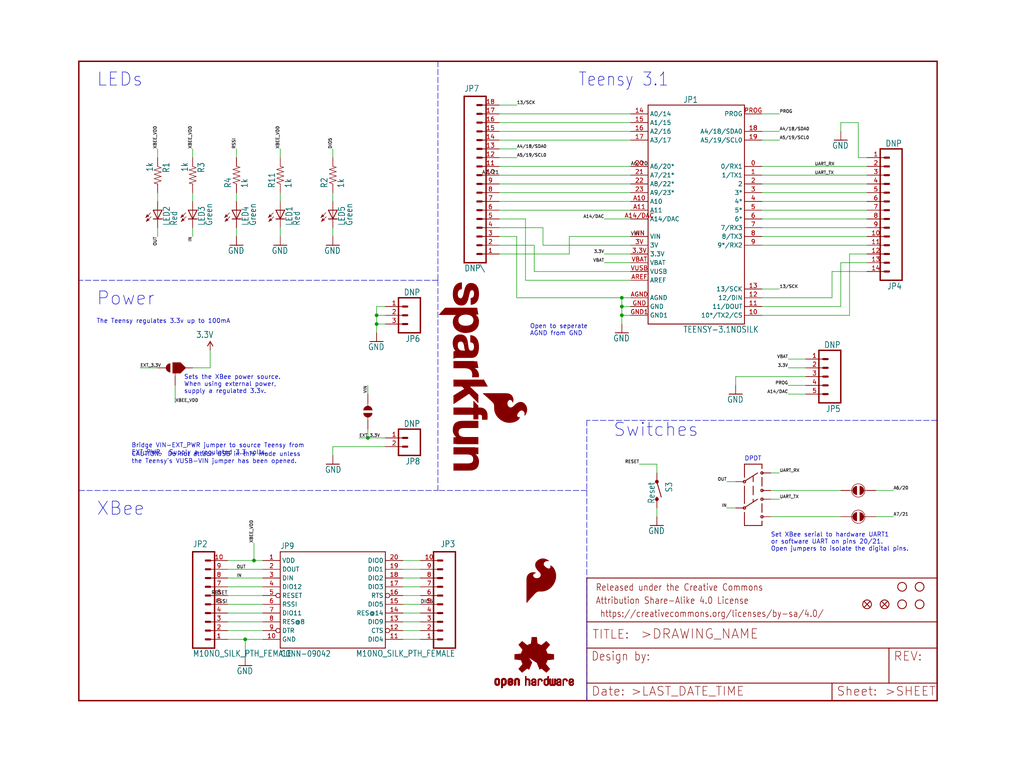
<source format=kicad_sch>
(kicad_sch (version 20211123) (generator eeschema)
  (paper "User" 297.002 223.926)
  (lib_symbols
    (symbol "eagleSchem-eagle-import:1KOHM1{slash}10W1%(0603)"
      (property "Reference" "R" (at -3.81 1.4986 0))
      (property "Value" "1KOHM1{slash}10W1%(0603)" (at -3.81 -3.302 0))
      (symbol "1KOHM1{slash}10W1%(0603)_1_0"
        (pin passive line (at -5.08 0 0) (length 2.54) (name "1") (number "1"))
        (pin passive line (at 5.08 0 180) (length 2.54) (name "2") (number "2"))
      )
    )
    (symbol "eagleSchem-eagle-import:3.3V" (power)
      (property "Value" "3.3V" (at -1.016 3.556 0))
      (symbol "3.3V_1_0"
        (pin power_in line (at 0 0 90) (length 2.54) (name "3.3V") (number "1"))
      )
    )
    (symbol "eagleSchem-eagle-import:FIDUCIAL1X2")
    (symbol "eagleSchem-eagle-import:FRAME-LETTER"
      (symbol "FRAME-LETTER_2_0"
        (text " https://creativecommons.org/licenses/by-sa/4.0/" (at 2.54 24.13 0) (effects (font (size 1.9304 1.6408)) (justify left bottom)))
        (text ">DRAWING_NAME" (at 15.494 17.78 0) (effects (font (size 2.7432 2.7432)) (justify left bottom)))
        (text ">LAST_DATE_TIME" (at 12.7 1.27 0) (effects (font (size 2.54 2.54)) (justify left bottom)))
        (text ">SHEET" (at 86.36 1.27 0) (effects (font (size 2.54 2.54)) (justify left bottom)))
        (text "Attribution Share-Alike 4.0 License" (at 2.54 27.94 0) (effects (font (size 1.9304 1.6408)) (justify left bottom)))
        (text "Date:" (at 1.27 1.27 0) (effects (font (size 2.54 2.54)) (justify left bottom)))
        (text "Design by:" (at 1.27 11.43 0) (effects (font (size 2.54 2.159)) (justify left bottom)))
        (text "Released under the Creative Commons" (at 2.54 31.75 0) (effects (font (size 1.9304 1.6408)) (justify left bottom)))
        (text "REV:" (at 88.9 11.43 0) (effects (font (size 2.54 2.54)) (justify left bottom)))
        (text "Sheet:" (at 72.39 1.27 0) (effects (font (size 2.54 2.54)) (justify left bottom)))
        (text "TITLE:" (at 1.524 17.78 0) (effects (font (size 2.54 2.54)) (justify left bottom)))
      )
    )
    (symbol "eagleSchem-eagle-import:GND" (power)
      (property "Value" "GND" (at -2.54 -2.54 0))
      (symbol "GND_1_0"
        (pin power_in line (at 0 2.54 270) (length 2.54) (name "GND") (number "1"))
      )
    )
    (symbol "eagleSchem-eagle-import:JUMPER-PAD-2-NC_BY_PASTE"
      (property "Reference" "SJ" (at -2.54 2.54 0))
      (property "Value" "JUMPER-PAD-2-NC_BY_PASTE" (at -2.54 -5.08 0))
      (symbol "JUMPER-PAD-2-NC_BY_PASTE_1_0"
        (pin passive line (at -5.08 0 0) (length 2.54) (name "1") (number "1"))
        (pin passive line (at 5.08 0 180) (length 2.54) (name "2") (number "2"))
      )
    )
    (symbol "eagleSchem-eagle-import:JUMPER-PAD-2-NOYES_SILK"
      (property "Reference" "SJ" (at -2.54 2.54 0))
      (property "Value" "JUMPER-PAD-2-NOYES_SILK" (at -2.54 -5.08 0))
      (symbol "JUMPER-PAD-2-NOYES_SILK_1_0"
        (pin passive line (at -5.08 0 0) (length 2.54) (name "1") (number "1"))
        (pin passive line (at 5.08 0 180) (length 2.54) (name "2") (number "2"))
      )
    )
    (symbol "eagleSchem-eagle-import:JUMPER-PAD-3-2OF3_NC_BY_PASTE"
      (property "Reference" "SJ" (at 2.54 0.381 0))
      (property "Value" "JUMPER-PAD-3-2OF3_NC_BY_PASTE" (at 2.54 -1.905 0))
      (symbol "JUMPER-PAD-3-2OF3_NC_BY_PASTE_1_0"
        (pin passive line (at 0 5.08 270) (length 2.54) (name "1") (number "1"))
        (pin passive line (at -5.08 0 0) (length 2.54) (name "2") (number "2"))
        (pin passive line (at 0 -5.08 90) (length 2.54) (name "3") (number "3"))
      )
    )
    (symbol "eagleSchem-eagle-import:LED-GREEN0603"
      (property "Reference" "D" (at 3.556 -4.572 90))
      (property "Value" "LED-GREEN0603" (at 5.715 -4.572 90))
      (symbol "LED-GREEN0603_1_0"
        (pin passive line (at 0 2.54 270) (length 2.54) (name "A") (number "A"))
        (pin passive line (at 0 -5.08 90) (length 2.54) (name "C") (number "C"))
      )
    )
    (symbol "eagleSchem-eagle-import:LED-RED0603"
      (property "Reference" "D" (at 3.556 -4.572 90))
      (property "Value" "LED-RED0603" (at 5.715 -4.572 90))
      (symbol "LED-RED0603_1_0"
        (pin passive line (at 0 2.54 270) (length 2.54) (name "A") (number "A"))
        (pin passive line (at 0 -5.08 90) (length 2.54) (name "C") (number "C"))
      )
    )
    (symbol "eagleSchem-eagle-import:M02PTH"
      (property "Reference" "JP" (at -2.54 5.842 0))
      (property "Value" "M02PTH" (at -2.54 -5.08 0))
      (symbol "M02PTH_1_0"
        (pin passive line (at 7.62 0 180) (length 5.08) (name "1") (number "1"))
        (pin passive line (at 7.62 2.54 180) (length 5.08) (name "2") (number "2"))
      )
    )
    (symbol "eagleSchem-eagle-import:M03PTH"
      (property "Reference" "JP" (at -2.54 5.842 0))
      (property "Value" "M03PTH" (at -2.54 -7.62 0))
      (symbol "M03PTH_1_0"
        (pin passive line (at 7.62 -2.54 180) (length 5.08) (name "1") (number "1"))
        (pin passive line (at 7.62 0 180) (length 5.08) (name "2") (number "2"))
        (pin passive line (at 7.62 2.54 180) (length 5.08) (name "3") (number "3"))
      )
    )
    (symbol "eagleSchem-eagle-import:M05PTH"
      (property "Reference" "JP" (at -2.54 8.382 0))
      (property "Value" "M05PTH" (at -2.54 -10.16 0))
      (symbol "M05PTH_1_0"
        (pin passive line (at 7.62 -5.08 180) (length 5.08) (name "1") (number "1"))
        (pin passive line (at 7.62 -2.54 180) (length 5.08) (name "2") (number "2"))
        (pin passive line (at 7.62 0 180) (length 5.08) (name "3") (number "3"))
        (pin passive line (at 7.62 2.54 180) (length 5.08) (name "4") (number "4"))
        (pin passive line (at 7.62 5.08 180) (length 5.08) (name "5") (number "5"))
      )
    )
    (symbol "eagleSchem-eagle-import:M10NO_SILK_PTH_FEMALE"
      (property "Reference" "JP" (at 0 8.89 0))
      (property "Value" "M10NO_SILK_PTH_FEMALE" (at 0 -22.86 0))
      (symbol "M10NO_SILK_PTH_FEMALE_1_0"
        (pin passive line (at 10.16 -17.78 180) (length 5.08) (name "1") (number "1"))
        (pin passive line (at 10.16 5.08 180) (length 5.08) (name "10") (number "10"))
        (pin passive line (at 10.16 -15.24 180) (length 5.08) (name "2") (number "2"))
        (pin passive line (at 10.16 -12.7 180) (length 5.08) (name "3") (number "3"))
        (pin passive line (at 10.16 -10.16 180) (length 5.08) (name "4") (number "4"))
        (pin passive line (at 10.16 -7.62 180) (length 5.08) (name "5") (number "5"))
        (pin passive line (at 10.16 -5.08 180) (length 5.08) (name "6") (number "6"))
        (pin passive line (at 10.16 -2.54 180) (length 5.08) (name "7") (number "7"))
        (pin passive line (at 10.16 0 180) (length 5.08) (name "8") (number "8"))
        (pin passive line (at 10.16 2.54 180) (length 5.08) (name "9") (number "9"))
      )
    )
    (symbol "eagleSchem-eagle-import:M14"
      (property "Reference" "JP" (at 0 18.542 0))
      (property "Value" "M14" (at 0 -22.86 0))
      (symbol "M14_1_0"
        (pin passive line (at 10.16 -17.78 180) (length 5.08) (name "1") (number "1"))
        (pin passive line (at 10.16 5.08 180) (length 5.08) (name "10") (number "10"))
        (pin passive line (at 10.16 7.62 180) (length 5.08) (name "11") (number "11"))
        (pin passive line (at 10.16 10.16 180) (length 5.08) (name "12") (number "12"))
        (pin passive line (at 10.16 12.7 180) (length 5.08) (name "13") (number "13"))
        (pin passive line (at 10.16 15.24 180) (length 5.08) (name "14") (number "14"))
        (pin passive line (at 10.16 -15.24 180) (length 5.08) (name "2") (number "2"))
        (pin passive line (at 10.16 -12.7 180) (length 5.08) (name "3") (number "3"))
        (pin passive line (at 10.16 -10.16 180) (length 5.08) (name "4") (number "4"))
        (pin passive line (at 10.16 -7.62 180) (length 5.08) (name "5") (number "5"))
        (pin passive line (at 10.16 -5.08 180) (length 5.08) (name "6") (number "6"))
        (pin passive line (at 10.16 -2.54 180) (length 5.08) (name "7") (number "7"))
        (pin passive line (at 10.16 0 180) (length 5.08) (name "8") (number "8"))
        (pin passive line (at 10.16 2.54 180) (length 5.08) (name "9") (number "9"))
      )
    )
    (symbol "eagleSchem-eagle-import:M18_"
      (property "Reference" "JP" (at -2.54 24.13 0))
      (property "Value" "M18_" (at -2.54 -27.94 0))
      (symbol "M18__1_0"
        (pin passive line (at 7.62 -22.86 180) (length 5.08) (name "1") (number "1"))
        (pin passive line (at 7.62 0 180) (length 5.08) (name "10") (number "10"))
        (pin passive line (at 7.62 2.54 180) (length 5.08) (name "11") (number "11"))
        (pin passive line (at 7.62 5.08 180) (length 5.08) (name "12") (number "12"))
        (pin passive line (at 7.62 7.62 180) (length 5.08) (name "13") (number "13"))
        (pin passive line (at 7.62 10.16 180) (length 5.08) (name "14") (number "14"))
        (pin passive line (at 7.62 12.7 180) (length 5.08) (name "15") (number "15"))
        (pin passive line (at 7.62 15.24 180) (length 5.08) (name "16") (number "16"))
        (pin passive line (at 7.62 17.78 180) (length 5.08) (name "17") (number "17"))
        (pin passive line (at 7.62 20.32 180) (length 5.08) (name "18") (number "18"))
        (pin passive line (at 7.62 -20.32 180) (length 5.08) (name "2") (number "2"))
        (pin passive line (at 7.62 -17.78 180) (length 5.08) (name "3") (number "3"))
        (pin passive line (at 7.62 -15.24 180) (length 5.08) (name "4") (number "4"))
        (pin passive line (at 7.62 -12.7 180) (length 5.08) (name "5") (number "5"))
        (pin passive line (at 7.62 -10.16 180) (length 5.08) (name "6") (number "6"))
        (pin passive line (at 7.62 -7.62 180) (length 5.08) (name "7") (number "7"))
        (pin passive line (at 7.62 -5.08 180) (length 5.08) (name "8") (number "8"))
        (pin passive line (at 7.62 -2.54 180) (length 5.08) (name "9") (number "9"))
      )
    )
    (symbol "eagleSchem-eagle-import:OSHW-LOGOM")
    (symbol "eagleSchem-eagle-import:SFE_LOGO_FLAME.2_INCH")
    (symbol "eagleSchem-eagle-import:SFE_LOGO_NAME_FLAME.2_INCH")
    (symbol "eagleSchem-eagle-import:STAND-OFF")
    (symbol "eagleSchem-eagle-import:SWITCH-DPDTAYZ0202"
      (property "Reference" "S" (at -2.54 8.128 0))
      (property "Value" "SWITCH-DPDTAYZ0202" (at -2.54 -12.7 0))
      (symbol "SWITCH-DPDTAYZ0202_1_0"
        (pin bidirectional line (at 5.08 5.08 180) (length 2.54) (name "1") (number "1"))
        (pin bidirectional line (at -5.08 2.54 0) (length 2.54) (name "2") (number "2"))
        (pin bidirectional line (at 5.08 0 180) (length 2.54) (name "3") (number "3"))
        (pin bidirectional line (at 5.08 -2.54 180) (length 2.54) (name "4") (number "4"))
        (pin bidirectional line (at -5.08 -5.08 0) (length 2.54) (name "5") (number "5"))
        (pin bidirectional line (at 5.08 -7.62 180) (length 2.54) (name "6") (number "6"))
      )
    )
    (symbol "eagleSchem-eagle-import:SWITCH-MOMENTARY-2SMD"
      (property "Reference" "S" (at -2.54 2.54 0))
      (property "Value" "SWITCH-MOMENTARY-2SMD" (at -2.54 -2.54 0))
      (symbol "SWITCH-MOMENTARY-2SMD_1_0"
        (pin passive line (at -5.08 0 0) (length 2.54) (name "1") (number "1"))
        (pin passive line (at 5.08 0 180) (length 2.54) (name "2") (number "3"))
      )
    )
    (symbol "eagleSchem-eagle-import:TEENSY-3.1NOSILK"
      (property "Reference" "JP" (at -5.08 33.02 0))
      (property "Value" "TEENSY-3.1NOSILK" (at -5.08 -35.56 0))
      (symbol "TEENSY-3.1NOSILK_1_0"
        (pin bidirectional line (at 17.78 12.7 180) (length 5.08) (name "0/RX1") (number "0"))
        (pin bidirectional line (at 17.78 10.16 180) (length 5.08) (name "1/TX1") (number "1"))
        (pin bidirectional line (at 17.78 -30.48 180) (length 5.08) (name "10*/TX2/CS") (number "10"))
        (pin bidirectional line (at 17.78 -27.94 180) (length 5.08) (name "11/DOUT") (number "11"))
        (pin bidirectional line (at 17.78 -25.4 180) (length 5.08) (name "12/DIN") (number "12"))
        (pin bidirectional line (at 17.78 -22.86 180) (length 5.08) (name "13/SCK") (number "13"))
        (pin bidirectional line (at -20.32 27.94 0) (length 5.08) (name "A0/14") (number "14"))
        (pin bidirectional line (at -20.32 25.4 0) (length 5.08) (name "A1/15") (number "15"))
        (pin bidirectional line (at -20.32 22.86 0) (length 5.08) (name "A2/16") (number "16"))
        (pin bidirectional line (at -20.32 20.32 0) (length 5.08) (name "A3/17") (number "17"))
        (pin bidirectional line (at 17.78 22.86 180) (length 5.08) (name "A4/18/SDA0") (number "18"))
        (pin bidirectional line (at 17.78 20.32 180) (length 5.08) (name "A5/19/SCL0") (number "19"))
        (pin bidirectional line (at 17.78 7.62 180) (length 5.08) (name "2") (number "2"))
        (pin bidirectional line (at -20.32 12.7 0) (length 5.08) (name "A6/20*") (number "20"))
        (pin bidirectional line (at -20.32 10.16 0) (length 5.08) (name "A7/21*") (number "21"))
        (pin bidirectional line (at -20.32 7.62 0) (length 5.08) (name "A8/22*") (number "22"))
        (pin bidirectional line (at -20.32 5.08 0) (length 5.08) (name "A9/23*") (number "23"))
        (pin bidirectional line (at 17.78 5.08 180) (length 5.08) (name "3*") (number "3"))
        (pin bidirectional line (at -20.32 -12.7 0) (length 5.08) (name "3.3V") (number "3.3V"))
        (pin bidirectional line (at -20.32 -10.16 0) (length 5.08) (name "3V") (number "3V"))
        (pin bidirectional line (at 17.78 2.54 180) (length 5.08) (name "4*") (number "4"))
        (pin bidirectional line (at 17.78 0 180) (length 5.08) (name "5*") (number "5"))
        (pin bidirectional line (at 17.78 -2.54 180) (length 5.08) (name "6*") (number "6"))
        (pin bidirectional line (at 17.78 -5.08 180) (length 5.08) (name "7/RX3") (number "7"))
        (pin bidirectional line (at 17.78 -7.62 180) (length 5.08) (name "8/TX3") (number "8"))
        (pin bidirectional line (at 17.78 -10.16 180) (length 5.08) (name "9*/RX2") (number "9"))
        (pin bidirectional line (at -20.32 2.54 0) (length 5.08) (name "A10") (number "A10"))
        (pin bidirectional line (at -20.32 0 0) (length 5.08) (name "A11") (number "A11"))
        (pin bidirectional line (at -20.32 -2.54 0) (length 5.08) (name "A14/DAC") (number "A14/DAC"))
        (pin bidirectional line (at -20.32 -25.4 0) (length 5.08) (name "AGND") (number "AGND"))
        (pin bidirectional line (at -20.32 -20.32 0) (length 5.08) (name "AREF") (number "AREF"))
        (pin bidirectional line (at -20.32 -27.94 0) (length 5.08) (name "GND") (number "GND"))
        (pin bidirectional line (at -20.32 -30.48 0) (length 5.08) (name "GND1") (number "GND1"))
        (pin bidirectional line (at 17.78 27.94 180) (length 5.08) (name "PROG") (number "PROG"))
        (pin bidirectional line (at -20.32 -15.24 0) (length 5.08) (name "VBAT") (number "VBAT"))
        (pin bidirectional line (at -20.32 -7.62 0) (length 5.08) (name "VIN") (number "VIN"))
        (pin bidirectional line (at -20.32 -17.78 0) (length 5.08) (name "VUSB") (number "VUSB"))
      )
    )
    (symbol "eagleSchem-eagle-import:XBEE-1B3"
      (property "Reference" "JP" (at -15.24 13.462 0))
      (property "Value" "XBEE-1B3" (at -15.24 -17.78 0))
      (symbol "XBEE-1B3_1_0"
        (pin power_in line (at -20.32 10.16 0) (length 5.08) (name "VDD") (number "1"))
        (pin power_in line (at -20.32 -12.7 0) (length 5.08) (name "GND") (number "10"))
        (pin bidirectional line (at 20.32 -12.7 180) (length 5.08) (name "DIO4") (number "11"))
        (pin output inverted (at 20.32 -10.16 180) (length 5.08) (name "CTS") (number "12"))
        (pin bidirectional line (at 20.32 -7.62 180) (length 5.08) (name "DIO9") (number "13"))
        (pin bidirectional line (at 20.32 -5.08 180) (length 5.08) (name "RES@14") (number "14"))
        (pin bidirectional line (at 20.32 -2.54 180) (length 5.08) (name "DIO5") (number "15"))
        (pin input inverted (at 20.32 0 180) (length 5.08) (name "RTS") (number "16"))
        (pin bidirectional line (at 20.32 2.54 180) (length 5.08) (name "DIO3") (number "17"))
        (pin bidirectional line (at 20.32 5.08 180) (length 5.08) (name "DIO2") (number "18"))
        (pin bidirectional line (at 20.32 7.62 180) (length 5.08) (name "DIO1") (number "19"))
        (pin output line (at -20.32 7.62 0) (length 5.08) (name "DOUT") (number "2"))
        (pin bidirectional line (at 20.32 10.16 180) (length 5.08) (name "DIO0") (number "20"))
        (pin input line (at -20.32 5.08 0) (length 5.08) (name "DIN") (number "3"))
        (pin bidirectional line (at -20.32 2.54 0) (length 5.08) (name "DIO12") (number "4"))
        (pin input inverted (at -20.32 0 0) (length 5.08) (name "RESET") (number "5"))
        (pin bidirectional line (at -20.32 -2.54 0) (length 5.08) (name "RSSI") (number "6"))
        (pin bidirectional line (at -20.32 -5.08 0) (length 5.08) (name "DIO11") (number "7"))
        (pin bidirectional line (at -20.32 -7.62 0) (length 5.08) (name "RES@8") (number "8"))
        (pin bidirectional inverted (at -20.32 -10.16 0) (length 5.08) (name "DTR") (number "9"))
      )
    )
  )
  (junction (at 109.22 93.98))
  (junction (at 109.22 91.44))
  (junction (at 106.68 127))
  (junction (at 180.34 88.9))
  (junction (at 180.34 86.36))
  (junction (at 71.12 185.42))
  (junction (at 180.34 91.44))
  (junction (at 73.66 162.56))
  (wire (pts (xy 149.86 86.36) (xy 149.86 68.58)))
  (wire (pts (xy 106.68 124.46) (xy 106.68 127)))
  (wire (pts (xy 165.1 73.66) (xy 144.78 73.66)))
  (wire (pts (xy 144.78 43.18) (xy 149.86 43.18)))
  (wire (pts (xy 144.78 50.8) (xy 182.88 50.8)))
  (wire (pts (xy 81.28 58.42) (xy 81.28 55.88)))
  (wire (pts (xy 144.78 30.48) (xy 149.86 30.48)))
  (wire (pts (xy 111.76 127) (xy 106.68 127)))
  (wire (pts (xy 223.52 144.78) (xy 226.06 144.78)))
  (wire (pts (xy 81.28 66.04) (xy 81.28 68.58)))
  (wire (pts (xy 55.88 66.04) (xy 55.88 68.58)))
  (wire (pts (xy 213.36 139.7) (xy 210.82 139.7)))
  (wire (pts (xy 50.8 111.76) (xy 50.8 116.84)))
  (wire (pts (xy 233.68 104.14) (xy 228.6 104.14)))
  (wire (pts (xy 241.3 86.36) (xy 241.3 78.74)))
  (wire (pts (xy 81.28 43.18) (xy 81.28 45.72)))
  (wire (pts (xy 45.72 106.68) (xy 40.64 106.68)))
  (wire (pts (xy 96.52 45.72) (xy 96.52 43.18)))
  (wire (pts (xy 182.88 73.66) (xy 175.26 73.66)))
  (wire (pts (xy 243.84 88.9) (xy 243.84 76.2)))
  (wire (pts (xy 220.98 38.1) (xy 226.06 38.1)))
  (wire (pts (xy 109.22 88.9) (xy 111.76 88.9)))
  (wire (pts (xy 45.72 43.18) (xy 45.72 45.72)))
  (polyline (pts (xy 127 81.28) (xy 127 142.24)))
  (wire (pts (xy 220.98 71.12) (xy 251.46 71.12)))
  (wire (pts (xy 182.88 71.12) (xy 157.48 71.12)))
  (wire (pts (xy 220.98 66.04) (xy 251.46 66.04)))
  (wire (pts (xy 121.92 177.8) (xy 116.84 177.8)))
  (wire (pts (xy 254 149.86) (xy 259.08 149.86)))
  (polyline (pts (xy 271.78 121.92) (xy 170.18 121.92)))
  (wire (pts (xy 109.22 96.52) (xy 109.22 93.98)))
  (wire (pts (xy 144.78 40.64) (xy 182.88 40.64)))
  (wire (pts (xy 109.22 93.98) (xy 109.22 91.44)))
  (wire (pts (xy 144.78 35.56) (xy 182.88 35.56)))
  (wire (pts (xy 96.52 55.88) (xy 96.52 58.42)))
  (wire (pts (xy 243.84 35.56) (xy 248.92 35.56)))
  (wire (pts (xy 71.12 190.5) (xy 71.12 185.42)))
  (wire (pts (xy 251.46 63.5) (xy 220.98 63.5)))
  (wire (pts (xy 144.78 33.02) (xy 182.88 33.02)))
  (wire (pts (xy 149.86 68.58) (xy 144.78 68.58)))
  (wire (pts (xy 111.76 129.54) (xy 96.52 129.54)))
  (wire (pts (xy 182.88 91.44) (xy 180.34 91.44)))
  (wire (pts (xy 190.5 137.16) (xy 190.5 134.62)))
  (wire (pts (xy 154.94 71.12) (xy 144.78 71.12)))
  (wire (pts (xy 190.5 134.62) (xy 185.42 134.62)))
  (wire (pts (xy 233.68 106.68) (xy 228.6 106.68)))
  (wire (pts (xy 96.52 66.04) (xy 96.52 68.58)))
  (wire (pts (xy 121.92 172.72) (xy 116.84 172.72)))
  (wire (pts (xy 251.46 48.26) (xy 220.98 48.26)))
  (wire (pts (xy 180.34 86.36) (xy 149.86 86.36)))
  (wire (pts (xy 182.88 38.1) (xy 144.78 38.1)))
  (wire (pts (xy 106.68 127) (xy 104.14 127)))
  (polyline (pts (xy 127 17.78) (xy 127 81.28)))
  (wire (pts (xy 246.38 91.44) (xy 246.38 73.66)))
  (wire (pts (xy 68.58 66.04) (xy 68.58 68.58)))
  (wire (pts (xy 180.34 88.9) (xy 182.88 88.9)))
  (wire (pts (xy 66.04 177.8) (xy 76.2 177.8)))
  (wire (pts (xy 182.88 55.88) (xy 144.78 55.88)))
  (wire (pts (xy 182.88 76.2) (xy 175.26 76.2)))
  (wire (pts (xy 233.68 111.76) (xy 228.6 111.76)))
  (wire (pts (xy 251.46 68.58) (xy 220.98 68.58)))
  (wire (pts (xy 220.98 55.88) (xy 251.46 55.88)))
  (polyline (pts (xy 22.86 142.24) (xy 127 142.24)))
  (wire (pts (xy 66.04 175.26) (xy 76.2 175.26)))
  (wire (pts (xy 66.04 165.1) (xy 76.2 165.1)))
  (wire (pts (xy 220.98 33.02) (xy 226.06 33.02)))
  (wire (pts (xy 243.84 76.2) (xy 251.46 76.2)))
  (wire (pts (xy 182.88 78.74) (xy 154.94 78.74)))
  (wire (pts (xy 251.46 53.34) (xy 220.98 53.34)))
  (wire (pts (xy 223.52 142.24) (xy 243.84 142.24)))
  (wire (pts (xy 190.5 149.86) (xy 190.5 147.32)))
  (wire (pts (xy 157.48 66.04) (xy 144.78 66.04)))
  (wire (pts (xy 243.84 38.1) (xy 243.84 35.56)))
  (wire (pts (xy 68.58 55.88) (xy 68.58 58.42)))
  (wire (pts (xy 71.12 185.42) (xy 76.2 185.42)))
  (polyline (pts (xy 170.18 121.92) (xy 170.18 142.24)))
  (wire (pts (xy 248.92 45.72) (xy 251.46 45.72)))
  (wire (pts (xy 213.36 147.32) (xy 210.82 147.32)))
  (wire (pts (xy 220.98 88.9) (xy 243.84 88.9)))
  (wire (pts (xy 182.88 81.28) (xy 152.4 81.28)))
  (wire (pts (xy 68.58 45.72) (xy 68.58 43.18)))
  (wire (pts (xy 60.96 106.68) (xy 55.88 106.68)))
  (wire (pts (xy 220.98 91.44) (xy 246.38 91.44)))
  (polyline (pts (xy 127 81.28) (xy 22.86 81.28)))
  (wire (pts (xy 182.88 86.36) (xy 180.34 86.36)))
  (wire (pts (xy 180.34 91.44) (xy 180.34 93.98)))
  (wire (pts (xy 66.04 185.42) (xy 71.12 185.42)))
  (wire (pts (xy 220.98 40.64) (xy 226.06 40.64)))
  (wire (pts (xy 223.52 149.86) (xy 243.84 149.86)))
  (wire (pts (xy 182.88 58.42) (xy 144.78 58.42)))
  (wire (pts (xy 60.96 101.6) (xy 60.96 106.68)))
  (wire (pts (xy 121.92 167.64) (xy 116.84 167.64)))
  (wire (pts (xy 55.88 55.88) (xy 55.88 58.42)))
  (wire (pts (xy 223.52 137.16) (xy 226.06 137.16)))
  (wire (pts (xy 121.92 175.26) (xy 116.84 175.26)))
  (wire (pts (xy 144.78 45.72) (xy 149.86 45.72)))
  (wire (pts (xy 66.04 170.18) (xy 76.2 170.18)))
  (wire (pts (xy 109.22 91.44) (xy 109.22 88.9)))
  (wire (pts (xy 45.72 66.04) (xy 45.72 68.58)))
  (wire (pts (xy 55.88 43.18) (xy 55.88 45.72)))
  (wire (pts (xy 251.46 58.42) (xy 220.98 58.42)))
  (wire (pts (xy 121.92 170.18) (xy 116.84 170.18)))
  (wire (pts (xy 220.98 83.82) (xy 226.06 83.82)))
  (wire (pts (xy 220.98 60.96) (xy 251.46 60.96)))
  (wire (pts (xy 66.04 172.72) (xy 76.2 172.72)))
  (wire (pts (xy 180.34 91.44) (xy 180.34 88.9)))
  (wire (pts (xy 73.66 157.48) (xy 73.66 162.56)))
  (wire (pts (xy 66.04 182.88) (xy 76.2 182.88)))
  (wire (pts (xy 241.3 78.74) (xy 251.46 78.74)))
  (wire (pts (xy 220.98 50.8) (xy 251.46 50.8)))
  (wire (pts (xy 111.76 93.98) (xy 109.22 93.98)))
  (wire (pts (xy 121.92 180.34) (xy 116.84 180.34)))
  (wire (pts (xy 246.38 73.66) (xy 251.46 73.66)))
  (wire (pts (xy 111.76 91.44) (xy 109.22 91.44)))
  (wire (pts (xy 220.98 86.36) (xy 241.3 86.36)))
  (wire (pts (xy 121.92 162.56) (xy 116.84 162.56)))
  (wire (pts (xy 73.66 162.56) (xy 76.2 162.56)))
  (wire (pts (xy 180.34 88.9) (xy 180.34 86.36)))
  (polyline (pts (xy 170.18 142.24) (xy 127 142.24)))
  (wire (pts (xy 66.04 162.56) (xy 73.66 162.56)))
  (wire (pts (xy 96.52 129.54) (xy 96.52 132.08)))
  (wire (pts (xy 182.88 68.58) (xy 165.1 68.58)))
  (wire (pts (xy 213.36 111.76) (xy 213.36 109.22)))
  (wire (pts (xy 157.48 71.12) (xy 157.48 66.04)))
  (wire (pts (xy 233.68 114.3) (xy 228.6 114.3)))
  (wire (pts (xy 121.92 165.1) (xy 116.84 165.1)))
  (wire (pts (xy 182.88 53.34) (xy 144.78 53.34)))
  (wire (pts (xy 106.68 111.76) (xy 106.68 114.3)))
  (wire (pts (xy 182.88 63.5) (xy 175.26 63.5)))
  (wire (pts (xy 213.36 109.22) (xy 233.68 109.22)))
  (wire (pts (xy 182.88 48.26) (xy 144.78 48.26)))
  (polyline (pts (xy 170.18 142.24) (xy 170.18 203.2)))
  (wire (pts (xy 165.1 68.58) (xy 165.1 73.66)))
  (wire (pts (xy 182.88 60.96) (xy 144.78 60.96)))
  (wire (pts (xy 121.92 185.42) (xy 116.84 185.42)))
  (wire (pts (xy 254 142.24) (xy 259.08 142.24)))
  (wire (pts (xy 248.92 35.56) (xy 248.92 45.72)))
  (wire (pts (xy 66.04 180.34) (xy 76.2 180.34)))
  (wire (pts (xy 45.72 55.88) (xy 45.72 58.42)))
  (wire (pts (xy 66.04 167.64) (xy 76.2 167.64)))
  (wire (pts (xy 154.94 78.74) (xy 154.94 71.12)))
  (wire (pts (xy 152.4 81.28) (xy 152.4 63.5)))
  (wire (pts (xy 121.92 182.88) (xy 116.84 182.88)))
  (wire (pts (xy 152.4 63.5) (xy 144.78 63.5)))
  (text "Open to seperate\nAGND from GND" (at 153.67 97.536 180) (effects (font (size 1.27 1.27)) (justify left bottom)))
  (text "Teensy 3.1" (at 167.64 25.4 180) (effects (font (size 3.81 3.2385)) (justify left bottom)))
  (text "Set XBee serial to hardware UART1\nor software UART on pins 20/21.\nOpen jumpers to isolate the digital pins." (at 223.52 160.02 0) (effects (font (size 1.27 1.27)) (justify left bottom)))
  (text "DPDT" (at 215.9 133.858 180) (effects (font (size 1.27 1.27)) (justify left bottom)))
  (text "Power" (at 27.94 88.9 180) (effects (font (size 3.81 3.81)) (justify left bottom)))
  (text "Bridge VIN-EXT_PWR jumper to source Teensy from\nEXT_PWR.  Supply a regulated 3.3 volts." (at 38.1 132.08 0) (effects (font (size 1.27 1.27)) (justify left bottom)))
  (text "CAUTION:  Do not attach USB in this mode unless\nthe Teensy's VUSB-VIN jumper has been opened." (at 38.1 134.62 0) (effects (font (size 1.27 1.27)) (justify left bottom)))
  (text "Sets the XBee power source.\nWhen using external power,\nsupply a regulated 3.3v." (at 53.34 114.3 0) (effects (font (size 1.27 1.27)) (justify left bottom)))
  (text "Switches" (at 177.8 127 180) (effects (font (size 3.81 3.81)) (justify left bottom)))
  (text "XBee" (at 27.94 149.86 180) (effects (font (size 3.81 3.81)) (justify left bottom)))
  (text "LEDs" (at 27.94 25.4 180) (effects (font (size 3.81 3.81)) (justify left bottom)))
  (text "The Teensy regulates 3.3v up to 100mA" (at 27.94 93.98 180) (effects (font (size 1.27 1.27)) (justify left bottom)))
  (label "13/SCK" (at 149.86 30.48 0) (effects (font (size 0.889 0.889))))
  (label "VBAT" (at 175.26 76.2 180) (effects (font (size 0.889 0.889))))
  (label "EXT_3.3V" (at 40.64 106.68 0) (effects (font (size 0.889 0.889))))
  (label "DIO5" (at 96.52 43.18 90) (effects (font (size 0.889 0.889))))
  (label "RESET" (at 185.42 134.62 180) (effects (font (size 0.889 0.889))))
  (label "A4/18/SDA0" (at 149.86 43.18 0) (effects (font (size 0.889 0.889))))
  (label "UART_RX" (at 226.06 137.16 0) (effects (font (size 0.889 0.889))))
  (label "OUT" (at 68.58 165.1 0) (effects (font (size 0.889 0.889))))
  (label "OUT" (at 210.82 139.7 180) (effects (font (size 0.889 0.889))))
  (label "A5/19/SCL0" (at 226.06 40.64 0) (effects (font (size 0.889 0.889))))
  (label "XBEE_VDD" (at 55.88 43.18 90) (effects (font (size 0.889 0.889))))
  (label "A14/DAC" (at 175.26 63.5 180) (effects (font (size 0.889 0.889))))
  (label "UART_TX" (at 236.22 50.8 0) (effects (font (size 0.889 0.889))))
  (label "3.3V" (at 228.6 106.68 180) (effects (font (size 0.889 0.889))))
  (label "PROG" (at 228.6 111.76 180) (effects (font (size 0.889 0.889))))
  (label "A7/21" (at 259.08 149.86 0) (effects (font (size 0.889 0.889))))
  (label "A5/19/SCL0" (at 149.86 45.72 0) (effects (font (size 0.889 0.889))))
  (label "VIN" (at 106.68 111.76 270) (effects (font (size 0.889 0.889))))
  (label "IN" (at 68.58 167.64 0) (effects (font (size 0.889 0.889))))
  (label "VIN" (at 182.88 68.58 0) (effects (font (size 1.016 1.016))))
  (label "UART_TX" (at 226.06 144.78 0) (effects (font (size 0.889 0.889))))
  (label "RSSI" (at 68.58 43.18 90) (effects (font (size 0.889 0.889))))
  (label "A14/DAC" (at 228.6 114.3 180) (effects (font (size 0.889 0.889))))
  (label "VBAT" (at 228.6 104.14 180) (effects (font (size 0.889 0.889))))
  (label "A4/18/SDA0" (at 226.06 38.1 0) (effects (font (size 0.889 0.889))))
  (label "XBEE_VDD" (at 45.72 43.18 90) (effects (font (size 0.889 0.889))))
  (label "EXT_3.3V" (at 104.14 127 0) (effects (font (size 0.889 0.889))))
  (label "IN" (at 210.82 147.32 180) (effects (font (size 0.889 0.889))))
  (label "XBEE_VDD" (at 81.28 43.18 90) (effects (font (size 0.889 0.889))))
  (label "A6/20" (at 259.08 142.24 0) (effects (font (size 0.889 0.889))))
  (label "XBEE_VDD" (at 73.66 157.48 90) (effects (font (size 0.889 0.889))))
  (label "RESET" (at 66.04 172.72 180) (effects (font (size 1.016 1.016))))
  (label "IN" (at 55.88 68.58 270) (effects (font (size 0.889 0.889))))
  (label "13/SCK" (at 226.06 83.82 0) (effects (font (size 0.889 0.889))))
  (label "A7/21" (at 144.78 50.8 180) (effects (font (size 1.016 1.016))))
  (label "UART_RX" (at 236.22 48.26 0) (effects (font (size 0.889 0.889))))
  (label "PROG" (at 226.06 33.02 0) (effects (font (size 0.889 0.889))))
  (label "XBEE_VDD" (at 50.8 116.84 0) (effects (font (size 0.889 0.889))))
  (label "RSSI" (at 66.04 175.26 180) (effects (font (size 1.016 1.016))))
  (label "3.3V" (at 175.26 73.66 180) (effects (font (size 0.889 0.889))))
  (label "OUT" (at 45.72 68.58 270) (effects (font (size 0.889 0.889))))
  (label "DIO5" (at 121.92 175.26 0) (effects (font (size 1.016 1.016))))
  (label "A6/20" (at 182.88 48.26 0) (effects (font (size 1.016 1.016))))
  (symbol (lib_id "eagleSchem-eagle-import:SFE_LOGO_FLAME.2_INCH") (at 152.4 175.26 0) (unit 1)
    (property "Reference" "LOGO1" (effects hide))
    (property "Value" "SFE_LOGO_FLAME.2_INCH" (effects hide))
    (property "Footprint" "eagleSchem:SFE_LOGO_FLAME_.2" (effects hide))
  )
  (symbol (lib_id "eagleSchem-eagle-import:GND") (at 96.52 134.62 0) (mirror y) (unit 1)
    (property "Reference" "#GND3" (effects hide))
    (property "Value" "GND" (at 99.06 137.16 0) (effects (font (size 1.778 1.5113)) (justify left bottom)))
    (property "Footprint" "eagleSchem:" (effects hide))
  )
  (symbol (lib_id "eagleSchem-eagle-import:LED-RED0603") (at 81.28 60.96 0) (unit 1)
    (property "Reference" "LED1" (at 84.836 65.532 90) (effects (font (size 1.778 1.5113)) (justify left bottom)))
    (property "Value" "Red" (at 86.995 65.532 90) (effects (font (size 1.778 1.5113)) (justify left bottom)))
    (property "Footprint" "eagleSchem:LED-0603" (effects hide))
  )
  (symbol (lib_id "eagleSchem-eagle-import:GND") (at 190.5 152.4 0) (unit 1)
    (property "Reference" "#GND14" (effects hide))
    (property "Value" "GND" (at 187.96 154.94 0) (effects (font (size 1.778 1.5113)) (justify left bottom)))
    (property "Footprint" "eagleSchem:" (effects hide))
  )
  (symbol (lib_id "eagleSchem-eagle-import:M03PTH") (at 119.38 91.44 180) (unit 1)
    (property "Reference" "JP6" (at 121.92 97.282 0) (effects (font (size 1.778 1.5113)) (justify left bottom)))
    (property "Value" "DNP" (at 121.92 83.82 0) (effects (font (size 1.778 1.5113)) (justify left bottom)))
    (property "Footprint" "eagleSchem:1X03" (effects hide))
  )
  (symbol (lib_id "eagleSchem-eagle-import:LED-GREEN0603") (at 68.58 60.96 0) (unit 1)
    (property "Reference" "LED4" (at 72.136 65.532 90) (effects (font (size 1.778 1.5113)) (justify left bottom)))
    (property "Value" "Green" (at 74.295 65.532 90) (effects (font (size 1.778 1.5113)) (justify left bottom)))
    (property "Footprint" "eagleSchem:LED-0603" (effects hide))
  )
  (symbol (lib_id "eagleSchem-eagle-import:FRAME-LETTER") (at 170.18 203.2 0) (unit 2)
    (property "Reference" "FRAME1" (effects hide))
    (property "Value" "FRAME-LETTER" (effects hide))
    (property "Footprint" "eagleSchem:CREATIVE_COMMONS" (effects hide))
    (property "Value" "FRAME-LETTER" (effects hide))
    (property "Value" "FRAME-LETTER" (effects hide))
  )
  (symbol (lib_id "eagleSchem-eagle-import:M18_") (at 137.16 50.8 0) (unit 1)
    (property "Reference" "JP7" (at 134.62 26.67 0) (effects (font (size 1.778 1.5113)) (justify left bottom)))
    (property "Value" "DNP\\" (at 134.62 78.74 0) (effects (font (size 1.778 1.5113)) (justify left bottom)))
    (property "Footprint" "eagleSchem:1X18" (effects hide))
  )
  (symbol (lib_id "eagleSchem-eagle-import:GND") (at 81.28 71.12 0) (unit 1)
    (property "Reference" "#GND28" (effects hide))
    (property "Value" "GND" (at 78.74 73.66 0) (effects (font (size 1.778 1.5113)) (justify left bottom)))
    (property "Footprint" "eagleSchem:" (effects hide))
  )
  (symbol (lib_id "eagleSchem-eagle-import:1KOHM1{slash}10W1%(0603)") (at 81.28 50.8 90) (unit 1)
    (property "Reference" "R11" (at 79.7814 54.61 0) (effects (font (size 1.778 1.5113)) (justify left bottom)))
    (property "Value" "1k" (at 84.582 54.61 0) (effects (font (size 1.778 1.5113)) (justify left bottom)))
    (property "Footprint" "eagleSchem:0603-RES" (effects hide))
  )
  (symbol (lib_id "eagleSchem-eagle-import:M10NO_SILK_PTH_FEMALE") (at 132.08 167.64 0) (mirror y) (unit 1)
    (property "Reference" "JP3" (at 132.08 158.75 0) (effects (font (size 1.778 1.5113)) (justify left bottom)))
    (property "Value" "M10NO_SILK_PTH_FEMALE" (at 132.08 190.5 0) (effects (font (size 1.778 1.5113)) (justify left bottom)))
    (property "Footprint" "eagleSchem:1X10_NO_SILK" (effects hide))
  )
  (symbol (lib_id "eagleSchem-eagle-import:1KOHM1{slash}10W1%(0603)") (at 55.88 50.8 270) (unit 1)
    (property "Reference" "R3" (at 57.3786 46.99 0) (effects (font (size 1.778 1.5113)) (justify left bottom)))
    (property "Value" "1k" (at 52.578 46.99 0) (effects (font (size 1.778 1.5113)) (justify left bottom)))
    (property "Footprint" "eagleSchem:0603-RES" (effects hide))
  )
  (symbol (lib_id "eagleSchem-eagle-import:1KOHM1{slash}10W1%(0603)") (at 96.52 50.8 90) (unit 1)
    (property "Reference" "R2" (at 95.0214 54.61 0) (effects (font (size 1.778 1.5113)) (justify left bottom)))
    (property "Value" "1k" (at 99.822 54.61 0) (effects (font (size 1.778 1.5113)) (justify left bottom)))
    (property "Footprint" "eagleSchem:0603-RES" (effects hide))
  )
  (symbol (lib_id "eagleSchem-eagle-import:STAND-OFF") (at 266.7 170.18 0) (unit 1)
    (property "Reference" "STANDOFF4" (effects hide))
    (property "Value" "STAND-OFF" (effects hide))
    (property "Footprint" "eagleSchem:STAND-OFF" (effects hide))
  )
  (symbol (lib_id "eagleSchem-eagle-import:GND") (at 180.34 96.52 0) (unit 1)
    (property "Reference" "#GND2" (effects hide))
    (property "Value" "GND" (at 177.8 99.06 0) (effects (font (size 1.778 1.5113)) (justify left bottom)))
    (property "Footprint" "eagleSchem:" (effects hide))
  )
  (symbol (lib_id "eagleSchem-eagle-import:3.3V") (at 60.96 101.6 0) (mirror y) (unit 1)
    (property "Reference" "#P+1" (effects hide))
    (property "Value" "3.3V" (at 61.976 98.044 0) (effects (font (size 1.778 1.5113)) (justify left bottom)))
    (property "Footprint" "eagleSchem:" (effects hide))
  )
  (symbol (lib_id "eagleSchem-eagle-import:GND") (at 68.58 71.12 0) (unit 1)
    (property "Reference" "#GND11" (effects hide))
    (property "Value" "GND" (at 66.04 73.66 0) (effects (font (size 1.778 1.5113)) (justify left bottom)))
    (property "Footprint" "eagleSchem:" (effects hide))
  )
  (symbol (lib_id "eagleSchem-eagle-import:LED-RED0603") (at 45.72 60.96 0) (unit 1)
    (property "Reference" "LED2" (at 49.276 65.532 90) (effects (font (size 1.778 1.5113)) (justify left bottom)))
    (property "Value" "Red" (at 51.435 65.532 90) (effects (font (size 1.778 1.5113)) (justify left bottom)))
    (property "Footprint" "eagleSchem:LED-0603" (effects hide))
  )
  (symbol (lib_id "eagleSchem-eagle-import:TEENSY-3.1NOSILK") (at 203.2 60.96 0) (unit 1)
    (property "Reference" "JP1" (at 198.12 27.94 0) (effects (font (size 1.778 1.5113)) (justify left top)))
    (property "Value" "TEENSY-3.1NOSILK" (at 198.12 96.52 0) (effects (font (size 1.778 1.5113)) (justify left bottom)))
    (property "Footprint" "eagleSchem:TEENSY-3.1_NOSILK" (effects hide))
  )
  (symbol (lib_id "eagleSchem-eagle-import:M02PTH") (at 119.38 127 180) (unit 1)
    (property "Reference" "JP8" (at 121.92 132.842 0) (effects (font (size 1.778 1.5113)) (justify left bottom)))
    (property "Value" "DNP" (at 121.92 121.92 0) (effects (font (size 1.778 1.5113)) (justify left bottom)))
    (property "Footprint" "eagleSchem:1X02" (effects hide))
  )
  (symbol (lib_id "eagleSchem-eagle-import:JUMPER-PAD-2-NC_BY_PASTE") (at 248.92 149.86 180) (unit 1)
    (property "Reference" "SJ1" (effects hide))
    (property "Value" "D_TX" (effects hide))
    (property "Footprint" "eagleSchem:PAD-JUMPER-2-NC_BY_PASTE_YES_SILK" (effects hide))
  )
  (symbol (lib_id "eagleSchem-eagle-import:GND") (at 213.36 114.3 0) (unit 1)
    (property "Reference" "#GND5" (effects hide))
    (property "Value" "GND" (at 210.82 116.84 0) (effects (font (size 1.778 1.5113)) (justify left bottom)))
    (property "Footprint" "eagleSchem:" (effects hide))
  )
  (symbol (lib_id "eagleSchem-eagle-import:M14") (at 261.62 63.5 180) (unit 1)
    (property "Reference" "JP4" (at 261.62 82.042 0) (effects (font (size 1.778 1.5113)) (justify left bottom)))
    (property "Value" "DNP" (at 261.62 40.64 0) (effects (font (size 1.778 1.5113)) (justify left bottom)))
    (property "Footprint" "eagleSchem:1X14" (effects hide))
  )
  (symbol (lib_id "eagleSchem-eagle-import:JUMPER-PAD-2-NC_BY_PASTE") (at 248.92 142.24 180) (unit 1)
    (property "Reference" "SJ3" (effects hide))
    (property "Value" "D_RX" (effects hide))
    (property "Footprint" "eagleSchem:PAD-JUMPER-2-NC_BY_PASTE_YES_SILK" (effects hide))
  )
  (symbol (lib_id "eagleSchem-eagle-import:XBEE-1B3") (at 96.52 172.72 0) (unit 1)
    (property "Reference" "JP9" (at 81.28 159.258 0) (effects (font (size 1.6764 1.4249)) (justify left bottom)))
    (property "Value" "CONN-09042" (at 81.28 190.5 0) (effects (font (size 1.6764 1.4249)) (justify left bottom)))
    (property "Footprint" "eagleSchem:XBEE-SMD" (effects hide))
  )
  (symbol (lib_id "eagleSchem-eagle-import:GND") (at 109.22 99.06 0) (unit 1)
    (property "Reference" "#GND6" (effects hide))
    (property "Value" "GND" (at 106.68 101.6 0) (effects (font (size 1.778 1.5113)) (justify left bottom)))
    (property "Footprint" "eagleSchem:" (effects hide))
  )
  (symbol (lib_id "eagleSchem-eagle-import:LED-GREEN0603") (at 55.88 60.96 0) (unit 1)
    (property "Reference" "LED3" (at 59.436 65.532 90) (effects (font (size 1.778 1.5113)) (justify left bottom)))
    (property "Value" "Green" (at 61.595 65.532 90) (effects (font (size 1.778 1.5113)) (justify left bottom)))
    (property "Footprint" "eagleSchem:LED-0603" (effects hide))
  )
  (symbol (lib_id "eagleSchem-eagle-import:M10NO_SILK_PTH_FEMALE") (at 55.88 167.64 0) (unit 1)
    (property "Reference" "JP2" (at 55.88 158.75 0) (effects (font (size 1.778 1.5113)) (justify left bottom)))
    (property "Value" "M10NO_SILK_PTH_FEMALE" (at 55.88 190.5 0) (effects (font (size 1.778 1.5113)) (justify left bottom)))
    (property "Footprint" "eagleSchem:1X10_NO_SILK" (effects hide))
  )
  (symbol (lib_id "eagleSchem-eagle-import:JUMPER-PAD-2-NOYES_SILK") (at 106.68 119.38 90) (mirror x) (unit 1)
    (property "Reference" "SJ5" (effects hide))
    (property "Value" "EXT_JPR" (effects hide))
    (property "Footprint" "eagleSchem:PAD-JUMPER-2-NO_YES_SILK" (effects hide))
  )
  (symbol (lib_id "eagleSchem-eagle-import:1KOHM1{slash}10W1%(0603)") (at 68.58 50.8 90) (unit 1)
    (property "Reference" "R4" (at 67.0814 54.61 0) (effects (font (size 1.778 1.5113)) (justify left bottom)))
    (property "Value" "1k" (at 71.882 54.61 0) (effects (font (size 1.778 1.5113)) (justify left bottom)))
    (property "Footprint" "eagleSchem:0603-RES" (effects hide))
  )
  (symbol (lib_id "eagleSchem-eagle-import:STAND-OFF") (at 261.62 170.18 0) (unit 1)
    (property "Reference" "STANDOFF3" (effects hide))
    (property "Value" "STAND-OFF" (effects hide))
    (property "Footprint" "eagleSchem:STAND-OFF" (effects hide))
  )
  (symbol (lib_id "eagleSchem-eagle-import:FRAME-LETTER") (at 22.86 203.2 0) (unit 1)
    (property "Reference" "FRAME1" (effects hide))
    (property "Value" "FRAME-LETTER" (effects hide))
    (property "Footprint" "eagleSchem:CREATIVE_COMMONS" (effects hide))
    (property "Value" "FRAME-LETTER" (effects hide))
    (property "Value" "FRAME-LETTER" (effects hide))
  )
  (symbol (lib_id "eagleSchem-eagle-import:SWITCH-DPDTAYZ0202") (at 218.44 142.24 0) (unit 1)
    (property "Reference" "S2" (effects hide))
    (property "Value" "DPDT" (effects hide))
    (property "Footprint" "eagleSchem:AYZ0202" (effects hide))
  )
  (symbol (lib_id "eagleSchem-eagle-import:FIDUCIAL1X2") (at 256.54 175.26 0) (unit 1)
    (property "Reference" "FID1" (effects hide))
    (property "Value" "FIDUCIAL1X2" (effects hide))
    (property "Footprint" "eagleSchem:FIDUCIAL-1X2" (effects hide))
  )
  (symbol (lib_id "eagleSchem-eagle-import:OSHW-LOGOM") (at 154.94 190.5 0) (unit 1)
    (property "Reference" "LOGO2" (effects hide))
    (property "Value" "OSHW-LOGOM" (effects hide))
    (property "Footprint" "eagleSchem:OSHW-LOGO-M" (effects hide))
  )
  (symbol (lib_id "eagleSchem-eagle-import:SWITCH-MOMENTARY-2SMD") (at 190.5 142.24 270) (unit 1)
    (property "Reference" "S3" (at 193.04 139.7 0) (effects (font (size 1.778 1.5113)) (justify left bottom)))
    (property "Value" "Reset" (at 187.96 139.7 0) (effects (font (size 1.778 1.5113)) (justify left bottom)))
    (property "Footprint" "eagleSchem:TACTILE-SWITCH-SMD" (effects hide))
  )
  (symbol (lib_id "eagleSchem-eagle-import:STAND-OFF") (at 261.62 175.26 0) (unit 1)
    (property "Reference" "STANDOFF1" (effects hide))
    (property "Value" "STAND-OFF" (effects hide))
    (property "Footprint" "eagleSchem:STAND-OFF" (effects hide))
  )
  (symbol (lib_id "eagleSchem-eagle-import:SFE_LOGO_NAME_FLAME.2_INCH") (at 127 81.28 270) (unit 1)
    (property "Reference" "LOGO3" (effects hide))
    (property "Value" "SFE_LOGO_NAME_FLAME.2_INCH" (effects hide))
    (property "Footprint" "eagleSchem:SFE_LOGO_NAME_FLAME_.2" (effects hide))
  )
  (symbol (lib_id "eagleSchem-eagle-import:STAND-OFF") (at 266.7 175.26 0) (unit 1)
    (property "Reference" "STANDOFF2" (effects hide))
    (property "Value" "STAND-OFF" (effects hide))
    (property "Footprint" "eagleSchem:STAND-OFF" (effects hide))
  )
  (symbol (lib_id "eagleSchem-eagle-import:1KOHM1{slash}10W1%(0603)") (at 45.72 50.8 270) (unit 1)
    (property "Reference" "R1" (at 47.2186 46.99 0) (effects (font (size 1.778 1.5113)) (justify left bottom)))
    (property "Value" "1k" (at 42.418 46.99 0) (effects (font (size 1.778 1.5113)) (justify left bottom)))
    (property "Footprint" "eagleSchem:0603-RES" (effects hide))
  )
  (symbol (lib_id "eagleSchem-eagle-import:JUMPER-PAD-3-2OF3_NC_BY_PASTE") (at 50.8 106.68 90) (unit 1)
    (property "Reference" "SJ4" (effects hide))
    (property "Value" "JUMPER-PAD-3-2OF3_NC_BY_PASTE" (effects hide))
    (property "Footprint" "eagleSchem:PAD-JUMPER-3-2OF3_NC_BY_PASTE_YES_SILK_FULL_BOX" (effects hide))
  )
  (symbol (lib_id "eagleSchem-eagle-import:GND") (at 71.12 193.04 0) (unit 1)
    (property "Reference" "#GND1" (effects hide))
    (property "Value" "GND" (at 68.58 195.58 0) (effects (font (size 1.778 1.5113)) (justify left bottom)))
    (property "Footprint" "eagleSchem:" (effects hide))
  )
  (symbol (lib_id "eagleSchem-eagle-import:LED-GREEN0603") (at 96.52 60.96 0) (unit 1)
    (property "Reference" "LED5" (at 100.076 65.532 90) (effects (font (size 1.778 1.5113)) (justify left bottom)))
    (property "Value" "Green" (at 102.235 65.532 90) (effects (font (size 1.778 1.5113)) (justify left bottom)))
    (property "Footprint" "eagleSchem:LED-0603" (effects hide))
  )
  (symbol (lib_id "eagleSchem-eagle-import:GND") (at 96.52 71.12 0) (unit 1)
    (property "Reference" "#GND12" (effects hide))
    (property "Value" "GND" (at 93.98 73.66 0) (effects (font (size 1.778 1.5113)) (justify left bottom)))
    (property "Footprint" "eagleSchem:" (effects hide))
  )
  (symbol (lib_id "eagleSchem-eagle-import:M05PTH") (at 241.3 109.22 180) (unit 1)
    (property "Reference" "JP5" (at 243.84 117.602 0) (effects (font (size 1.778 1.5113)) (justify left bottom)))
    (property "Value" "DNP" (at 243.84 99.06 0) (effects (font (size 1.778 1.5113)) (justify left bottom)))
    (property "Footprint" "eagleSchem:1X05" (effects hide))
  )
  (symbol (lib_id "eagleSchem-eagle-import:GND") (at 243.84 40.64 0) (unit 1)
    (property "Reference" "#GND4" (effects hide))
    (property "Value" "GND" (at 241.3 43.18 0) (effects (font (size 1.778 1.5113)) (justify left bottom)))
    (property "Footprint" "eagleSchem:" (effects hide))
  )
  (symbol (lib_id "eagleSchem-eagle-import:FIDUCIAL1X2") (at 251.46 175.26 0) (unit 1)
    (property "Reference" "FID2" (effects hide))
    (property "Value" "FIDUCIAL1X2" (effects hide))
    (property "Footprint" "eagleSchem:FIDUCIAL-1X2" (effects hide))
  )
)
</source>
